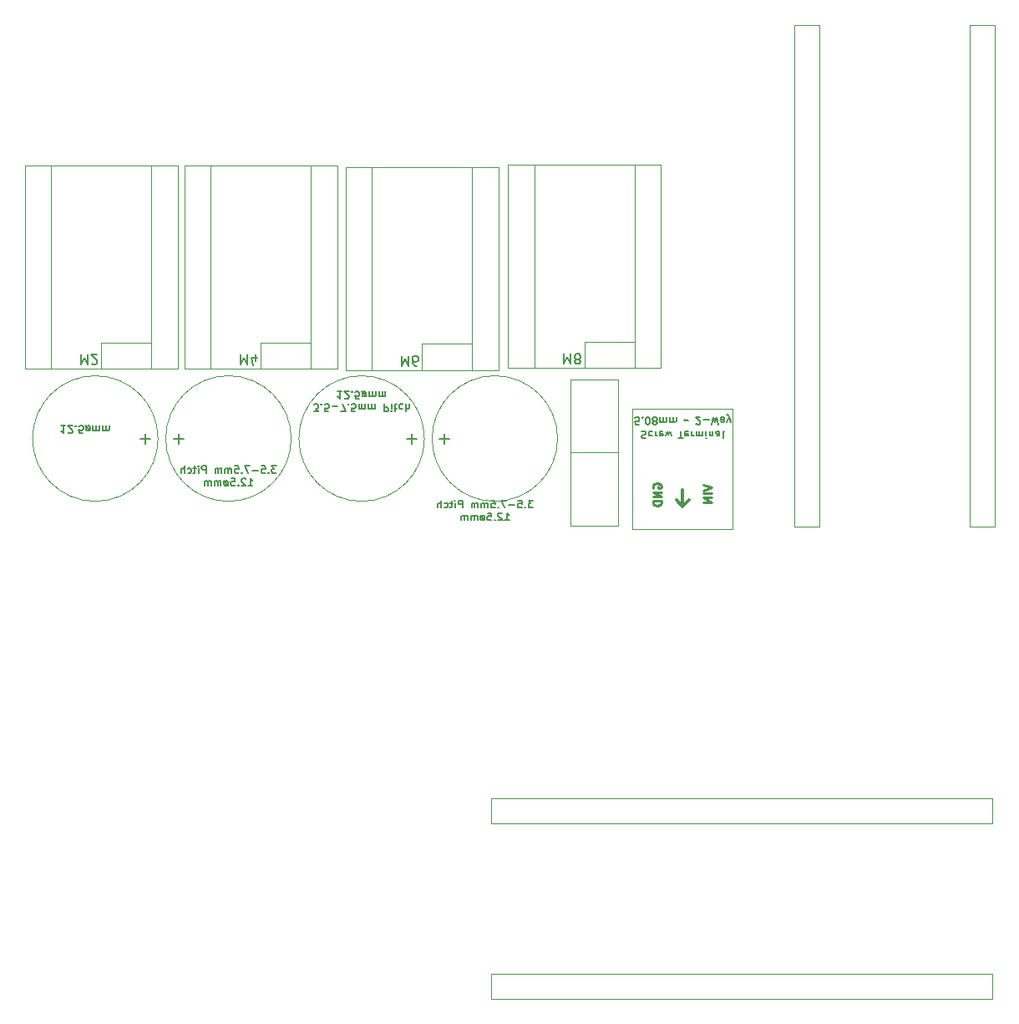
<source format=gbr>
%TF.GenerationSoftware,KiCad,Pcbnew,9.0.0*%
%TF.CreationDate,2025-03-23T11:29:05+11:00*%
%TF.ProjectId,OpenA1K,4f70656e-4131-44b2-9e6b-696361645f70,1*%
%TF.SameCoordinates,Original*%
%TF.FileFunction,Legend,Bot*%
%TF.FilePolarity,Positive*%
%FSLAX46Y46*%
G04 Gerber Fmt 4.6, Leading zero omitted, Abs format (unit mm)*
G04 Created by KiCad (PCBNEW 9.0.0) date 2025-03-23 11:29:05*
%MOMM*%
%LPD*%
G01*
G04 APERTURE LIST*
%ADD10C,0.150000*%
%ADD11C,0.212500*%
%ADD12C,0.120000*%
%ADD13C,0.100000*%
%ADD14C,0.300000*%
G04 APERTURE END LIST*
D10*
X107017857Y-86284164D02*
X107446428Y-86284164D01*
X107232143Y-86284164D02*
X107232143Y-85534164D01*
X107232143Y-85534164D02*
X107303571Y-85641307D01*
X107303571Y-85641307D02*
X107375000Y-85712735D01*
X107375000Y-85712735D02*
X107446428Y-85748450D01*
X106732142Y-85605592D02*
X106696428Y-85569878D01*
X106696428Y-85569878D02*
X106625000Y-85534164D01*
X106625000Y-85534164D02*
X106446428Y-85534164D01*
X106446428Y-85534164D02*
X106375000Y-85569878D01*
X106375000Y-85569878D02*
X106339285Y-85605592D01*
X106339285Y-85605592D02*
X106303571Y-85677021D01*
X106303571Y-85677021D02*
X106303571Y-85748450D01*
X106303571Y-85748450D02*
X106339285Y-85855592D01*
X106339285Y-85855592D02*
X106767857Y-86284164D01*
X106767857Y-86284164D02*
X106303571Y-86284164D01*
X105982142Y-86212735D02*
X105946428Y-86248450D01*
X105946428Y-86248450D02*
X105982142Y-86284164D01*
X105982142Y-86284164D02*
X106017856Y-86248450D01*
X106017856Y-86248450D02*
X105982142Y-86212735D01*
X105982142Y-86212735D02*
X105982142Y-86284164D01*
X105267856Y-85534164D02*
X105624999Y-85534164D01*
X105624999Y-85534164D02*
X105660713Y-85891307D01*
X105660713Y-85891307D02*
X105624999Y-85855592D01*
X105624999Y-85855592D02*
X105553571Y-85819878D01*
X105553571Y-85819878D02*
X105374999Y-85819878D01*
X105374999Y-85819878D02*
X105303571Y-85855592D01*
X105303571Y-85855592D02*
X105267856Y-85891307D01*
X105267856Y-85891307D02*
X105232142Y-85962735D01*
X105232142Y-85962735D02*
X105232142Y-86141307D01*
X105232142Y-86141307D02*
X105267856Y-86212735D01*
X105267856Y-86212735D02*
X105303571Y-86248450D01*
X105303571Y-86248450D02*
X105374999Y-86284164D01*
X105374999Y-86284164D02*
X105553571Y-86284164D01*
X105553571Y-86284164D02*
X105624999Y-86248450D01*
X105624999Y-86248450D02*
X105660713Y-86212735D01*
X104517856Y-85784164D02*
X104982142Y-86284164D01*
X104803570Y-86284164D02*
X104874999Y-86248450D01*
X104874999Y-86248450D02*
X104910713Y-86212735D01*
X104910713Y-86212735D02*
X104946427Y-86141307D01*
X104946427Y-86141307D02*
X104946427Y-85927021D01*
X104946427Y-85927021D02*
X104910713Y-85855592D01*
X104910713Y-85855592D02*
X104874999Y-85819878D01*
X104874999Y-85819878D02*
X104803570Y-85784164D01*
X104803570Y-85784164D02*
X104696427Y-85784164D01*
X104696427Y-85784164D02*
X104624999Y-85819878D01*
X104624999Y-85819878D02*
X104589285Y-85855592D01*
X104589285Y-85855592D02*
X104553570Y-85927021D01*
X104553570Y-85927021D02*
X104553570Y-86141307D01*
X104553570Y-86141307D02*
X104589285Y-86212735D01*
X104589285Y-86212735D02*
X104624999Y-86248450D01*
X104624999Y-86248450D02*
X104696427Y-86284164D01*
X104696427Y-86284164D02*
X104803570Y-86284164D01*
X104232142Y-86284164D02*
X104232142Y-85784164D01*
X104232142Y-85855592D02*
X104196428Y-85819878D01*
X104196428Y-85819878D02*
X104124999Y-85784164D01*
X104124999Y-85784164D02*
X104017856Y-85784164D01*
X104017856Y-85784164D02*
X103946428Y-85819878D01*
X103946428Y-85819878D02*
X103910714Y-85891307D01*
X103910714Y-85891307D02*
X103910714Y-86284164D01*
X103910714Y-85891307D02*
X103874999Y-85819878D01*
X103874999Y-85819878D02*
X103803571Y-85784164D01*
X103803571Y-85784164D02*
X103696428Y-85784164D01*
X103696428Y-85784164D02*
X103624999Y-85819878D01*
X103624999Y-85819878D02*
X103589285Y-85891307D01*
X103589285Y-85891307D02*
X103589285Y-86284164D01*
X103232142Y-86284164D02*
X103232142Y-85784164D01*
X103232142Y-85855592D02*
X103196428Y-85819878D01*
X103196428Y-85819878D02*
X103124999Y-85784164D01*
X103124999Y-85784164D02*
X103017856Y-85784164D01*
X103017856Y-85784164D02*
X102946428Y-85819878D01*
X102946428Y-85819878D02*
X102910714Y-85891307D01*
X102910714Y-85891307D02*
X102910714Y-86284164D01*
X102910714Y-85891307D02*
X102874999Y-85819878D01*
X102874999Y-85819878D02*
X102803571Y-85784164D01*
X102803571Y-85784164D02*
X102696428Y-85784164D01*
X102696428Y-85784164D02*
X102624999Y-85819878D01*
X102624999Y-85819878D02*
X102589285Y-85891307D01*
X102589285Y-85891307D02*
X102589285Y-86284164D01*
X109857143Y-84264164D02*
X109392857Y-84264164D01*
X109392857Y-84264164D02*
X109642857Y-84549878D01*
X109642857Y-84549878D02*
X109535714Y-84549878D01*
X109535714Y-84549878D02*
X109464286Y-84585592D01*
X109464286Y-84585592D02*
X109428571Y-84621307D01*
X109428571Y-84621307D02*
X109392857Y-84692735D01*
X109392857Y-84692735D02*
X109392857Y-84871307D01*
X109392857Y-84871307D02*
X109428571Y-84942735D01*
X109428571Y-84942735D02*
X109464286Y-84978450D01*
X109464286Y-84978450D02*
X109535714Y-85014164D01*
X109535714Y-85014164D02*
X109750000Y-85014164D01*
X109750000Y-85014164D02*
X109821428Y-84978450D01*
X109821428Y-84978450D02*
X109857143Y-84942735D01*
X109071428Y-84942735D02*
X109035714Y-84978450D01*
X109035714Y-84978450D02*
X109071428Y-85014164D01*
X109071428Y-85014164D02*
X109107142Y-84978450D01*
X109107142Y-84978450D02*
X109071428Y-84942735D01*
X109071428Y-84942735D02*
X109071428Y-85014164D01*
X108357142Y-84264164D02*
X108714285Y-84264164D01*
X108714285Y-84264164D02*
X108749999Y-84621307D01*
X108749999Y-84621307D02*
X108714285Y-84585592D01*
X108714285Y-84585592D02*
X108642857Y-84549878D01*
X108642857Y-84549878D02*
X108464285Y-84549878D01*
X108464285Y-84549878D02*
X108392857Y-84585592D01*
X108392857Y-84585592D02*
X108357142Y-84621307D01*
X108357142Y-84621307D02*
X108321428Y-84692735D01*
X108321428Y-84692735D02*
X108321428Y-84871307D01*
X108321428Y-84871307D02*
X108357142Y-84942735D01*
X108357142Y-84942735D02*
X108392857Y-84978450D01*
X108392857Y-84978450D02*
X108464285Y-85014164D01*
X108464285Y-85014164D02*
X108642857Y-85014164D01*
X108642857Y-85014164D02*
X108714285Y-84978450D01*
X108714285Y-84978450D02*
X108749999Y-84942735D01*
X107999999Y-84728450D02*
X107428571Y-84728450D01*
X107142857Y-84264164D02*
X106642857Y-84264164D01*
X106642857Y-84264164D02*
X106964285Y-85014164D01*
X106357142Y-84942735D02*
X106321428Y-84978450D01*
X106321428Y-84978450D02*
X106357142Y-85014164D01*
X106357142Y-85014164D02*
X106392856Y-84978450D01*
X106392856Y-84978450D02*
X106357142Y-84942735D01*
X106357142Y-84942735D02*
X106357142Y-85014164D01*
X105642856Y-84264164D02*
X105999999Y-84264164D01*
X105999999Y-84264164D02*
X106035713Y-84621307D01*
X106035713Y-84621307D02*
X105999999Y-84585592D01*
X105999999Y-84585592D02*
X105928571Y-84549878D01*
X105928571Y-84549878D02*
X105749999Y-84549878D01*
X105749999Y-84549878D02*
X105678571Y-84585592D01*
X105678571Y-84585592D02*
X105642856Y-84621307D01*
X105642856Y-84621307D02*
X105607142Y-84692735D01*
X105607142Y-84692735D02*
X105607142Y-84871307D01*
X105607142Y-84871307D02*
X105642856Y-84942735D01*
X105642856Y-84942735D02*
X105678571Y-84978450D01*
X105678571Y-84978450D02*
X105749999Y-85014164D01*
X105749999Y-85014164D02*
X105928571Y-85014164D01*
X105928571Y-85014164D02*
X105999999Y-84978450D01*
X105999999Y-84978450D02*
X106035713Y-84942735D01*
X105285713Y-85014164D02*
X105285713Y-84514164D01*
X105285713Y-84585592D02*
X105249999Y-84549878D01*
X105249999Y-84549878D02*
X105178570Y-84514164D01*
X105178570Y-84514164D02*
X105071427Y-84514164D01*
X105071427Y-84514164D02*
X104999999Y-84549878D01*
X104999999Y-84549878D02*
X104964285Y-84621307D01*
X104964285Y-84621307D02*
X104964285Y-85014164D01*
X104964285Y-84621307D02*
X104928570Y-84549878D01*
X104928570Y-84549878D02*
X104857142Y-84514164D01*
X104857142Y-84514164D02*
X104749999Y-84514164D01*
X104749999Y-84514164D02*
X104678570Y-84549878D01*
X104678570Y-84549878D02*
X104642856Y-84621307D01*
X104642856Y-84621307D02*
X104642856Y-85014164D01*
X104285713Y-85014164D02*
X104285713Y-84514164D01*
X104285713Y-84585592D02*
X104249999Y-84549878D01*
X104249999Y-84549878D02*
X104178570Y-84514164D01*
X104178570Y-84514164D02*
X104071427Y-84514164D01*
X104071427Y-84514164D02*
X103999999Y-84549878D01*
X103999999Y-84549878D02*
X103964285Y-84621307D01*
X103964285Y-84621307D02*
X103964285Y-85014164D01*
X103964285Y-84621307D02*
X103928570Y-84549878D01*
X103928570Y-84549878D02*
X103857142Y-84514164D01*
X103857142Y-84514164D02*
X103749999Y-84514164D01*
X103749999Y-84514164D02*
X103678570Y-84549878D01*
X103678570Y-84549878D02*
X103642856Y-84621307D01*
X103642856Y-84621307D02*
X103642856Y-85014164D01*
X102714284Y-85014164D02*
X102714284Y-84264164D01*
X102714284Y-84264164D02*
X102428570Y-84264164D01*
X102428570Y-84264164D02*
X102357141Y-84299878D01*
X102357141Y-84299878D02*
X102321427Y-84335592D01*
X102321427Y-84335592D02*
X102285713Y-84407021D01*
X102285713Y-84407021D02*
X102285713Y-84514164D01*
X102285713Y-84514164D02*
X102321427Y-84585592D01*
X102321427Y-84585592D02*
X102357141Y-84621307D01*
X102357141Y-84621307D02*
X102428570Y-84657021D01*
X102428570Y-84657021D02*
X102714284Y-84657021D01*
X101964284Y-85014164D02*
X101964284Y-84514164D01*
X101964284Y-84264164D02*
X101999998Y-84299878D01*
X101999998Y-84299878D02*
X101964284Y-84335592D01*
X101964284Y-84335592D02*
X101928570Y-84299878D01*
X101928570Y-84299878D02*
X101964284Y-84264164D01*
X101964284Y-84264164D02*
X101964284Y-84335592D01*
X101714284Y-84514164D02*
X101428570Y-84514164D01*
X101607141Y-84264164D02*
X101607141Y-84907021D01*
X101607141Y-84907021D02*
X101571427Y-84978450D01*
X101571427Y-84978450D02*
X101499998Y-85014164D01*
X101499998Y-85014164D02*
X101428570Y-85014164D01*
X100857142Y-84978450D02*
X100928570Y-85014164D01*
X100928570Y-85014164D02*
X101071427Y-85014164D01*
X101071427Y-85014164D02*
X101142856Y-84978450D01*
X101142856Y-84978450D02*
X101178570Y-84942735D01*
X101178570Y-84942735D02*
X101214284Y-84871307D01*
X101214284Y-84871307D02*
X101214284Y-84657021D01*
X101214284Y-84657021D02*
X101178570Y-84585592D01*
X101178570Y-84585592D02*
X101142856Y-84549878D01*
X101142856Y-84549878D02*
X101071427Y-84514164D01*
X101071427Y-84514164D02*
X100928570Y-84514164D01*
X100928570Y-84514164D02*
X100857142Y-84549878D01*
X100535713Y-85014164D02*
X100535713Y-84264164D01*
X100214285Y-85014164D02*
X100214285Y-84621307D01*
X100214285Y-84621307D02*
X100249999Y-84549878D01*
X100249999Y-84549878D02*
X100321427Y-84514164D01*
X100321427Y-84514164D02*
X100428570Y-84514164D01*
X100428570Y-84514164D02*
X100499999Y-84549878D01*
X100499999Y-84549878D02*
X100535713Y-84585592D01*
X90482142Y-73215835D02*
X90053571Y-73215835D01*
X90267856Y-73215835D02*
X90267856Y-73965835D01*
X90267856Y-73965835D02*
X90196428Y-73858692D01*
X90196428Y-73858692D02*
X90124999Y-73787264D01*
X90124999Y-73787264D02*
X90053571Y-73751550D01*
X90767857Y-73894407D02*
X90803571Y-73930121D01*
X90803571Y-73930121D02*
X90875000Y-73965835D01*
X90875000Y-73965835D02*
X91053571Y-73965835D01*
X91053571Y-73965835D02*
X91125000Y-73930121D01*
X91125000Y-73930121D02*
X91160714Y-73894407D01*
X91160714Y-73894407D02*
X91196428Y-73822978D01*
X91196428Y-73822978D02*
X91196428Y-73751550D01*
X91196428Y-73751550D02*
X91160714Y-73644407D01*
X91160714Y-73644407D02*
X90732142Y-73215835D01*
X90732142Y-73215835D02*
X91196428Y-73215835D01*
X91517857Y-73287264D02*
X91553571Y-73251550D01*
X91553571Y-73251550D02*
X91517857Y-73215835D01*
X91517857Y-73215835D02*
X91482143Y-73251550D01*
X91482143Y-73251550D02*
X91517857Y-73287264D01*
X91517857Y-73287264D02*
X91517857Y-73215835D01*
X92232143Y-73965835D02*
X91875000Y-73965835D01*
X91875000Y-73965835D02*
X91839286Y-73608692D01*
X91839286Y-73608692D02*
X91875000Y-73644407D01*
X91875000Y-73644407D02*
X91946429Y-73680121D01*
X91946429Y-73680121D02*
X92125000Y-73680121D01*
X92125000Y-73680121D02*
X92196429Y-73644407D01*
X92196429Y-73644407D02*
X92232143Y-73608692D01*
X92232143Y-73608692D02*
X92267857Y-73537264D01*
X92267857Y-73537264D02*
X92267857Y-73358692D01*
X92267857Y-73358692D02*
X92232143Y-73287264D01*
X92232143Y-73287264D02*
X92196429Y-73251550D01*
X92196429Y-73251550D02*
X92125000Y-73215835D01*
X92125000Y-73215835D02*
X91946429Y-73215835D01*
X91946429Y-73215835D02*
X91875000Y-73251550D01*
X91875000Y-73251550D02*
X91839286Y-73287264D01*
X92982143Y-73715835D02*
X92517857Y-73215835D01*
X92696429Y-73215835D02*
X92625000Y-73251550D01*
X92625000Y-73251550D02*
X92589286Y-73287264D01*
X92589286Y-73287264D02*
X92553572Y-73358692D01*
X92553572Y-73358692D02*
X92553572Y-73572978D01*
X92553572Y-73572978D02*
X92589286Y-73644407D01*
X92589286Y-73644407D02*
X92625000Y-73680121D01*
X92625000Y-73680121D02*
X92696429Y-73715835D01*
X92696429Y-73715835D02*
X92803572Y-73715835D01*
X92803572Y-73715835D02*
X92875000Y-73680121D01*
X92875000Y-73680121D02*
X92910715Y-73644407D01*
X92910715Y-73644407D02*
X92946429Y-73572978D01*
X92946429Y-73572978D02*
X92946429Y-73358692D01*
X92946429Y-73358692D02*
X92910715Y-73287264D01*
X92910715Y-73287264D02*
X92875000Y-73251550D01*
X92875000Y-73251550D02*
X92803572Y-73215835D01*
X92803572Y-73215835D02*
X92696429Y-73215835D01*
X93267857Y-73215835D02*
X93267857Y-73715835D01*
X93267857Y-73644407D02*
X93303571Y-73680121D01*
X93303571Y-73680121D02*
X93375000Y-73715835D01*
X93375000Y-73715835D02*
X93482143Y-73715835D01*
X93482143Y-73715835D02*
X93553571Y-73680121D01*
X93553571Y-73680121D02*
X93589286Y-73608692D01*
X93589286Y-73608692D02*
X93589286Y-73215835D01*
X93589286Y-73608692D02*
X93625000Y-73680121D01*
X93625000Y-73680121D02*
X93696428Y-73715835D01*
X93696428Y-73715835D02*
X93803571Y-73715835D01*
X93803571Y-73715835D02*
X93875000Y-73680121D01*
X93875000Y-73680121D02*
X93910714Y-73608692D01*
X93910714Y-73608692D02*
X93910714Y-73215835D01*
X94267857Y-73215835D02*
X94267857Y-73715835D01*
X94267857Y-73644407D02*
X94303571Y-73680121D01*
X94303571Y-73680121D02*
X94375000Y-73715835D01*
X94375000Y-73715835D02*
X94482143Y-73715835D01*
X94482143Y-73715835D02*
X94553571Y-73680121D01*
X94553571Y-73680121D02*
X94589286Y-73608692D01*
X94589286Y-73608692D02*
X94589286Y-73215835D01*
X94589286Y-73608692D02*
X94625000Y-73680121D01*
X94625000Y-73680121D02*
X94696428Y-73715835D01*
X94696428Y-73715835D02*
X94803571Y-73715835D01*
X94803571Y-73715835D02*
X94875000Y-73680121D01*
X94875000Y-73680121D02*
X94910714Y-73608692D01*
X94910714Y-73608692D02*
X94910714Y-73215835D01*
X87642856Y-75235835D02*
X88107142Y-75235835D01*
X88107142Y-75235835D02*
X87857142Y-74950121D01*
X87857142Y-74950121D02*
X87964285Y-74950121D01*
X87964285Y-74950121D02*
X88035714Y-74914407D01*
X88035714Y-74914407D02*
X88071428Y-74878692D01*
X88071428Y-74878692D02*
X88107142Y-74807264D01*
X88107142Y-74807264D02*
X88107142Y-74628692D01*
X88107142Y-74628692D02*
X88071428Y-74557264D01*
X88071428Y-74557264D02*
X88035714Y-74521550D01*
X88035714Y-74521550D02*
X87964285Y-74485835D01*
X87964285Y-74485835D02*
X87749999Y-74485835D01*
X87749999Y-74485835D02*
X87678571Y-74521550D01*
X87678571Y-74521550D02*
X87642856Y-74557264D01*
X88428571Y-74557264D02*
X88464285Y-74521550D01*
X88464285Y-74521550D02*
X88428571Y-74485835D01*
X88428571Y-74485835D02*
X88392857Y-74521550D01*
X88392857Y-74521550D02*
X88428571Y-74557264D01*
X88428571Y-74557264D02*
X88428571Y-74485835D01*
X89142857Y-75235835D02*
X88785714Y-75235835D01*
X88785714Y-75235835D02*
X88750000Y-74878692D01*
X88750000Y-74878692D02*
X88785714Y-74914407D01*
X88785714Y-74914407D02*
X88857143Y-74950121D01*
X88857143Y-74950121D02*
X89035714Y-74950121D01*
X89035714Y-74950121D02*
X89107143Y-74914407D01*
X89107143Y-74914407D02*
X89142857Y-74878692D01*
X89142857Y-74878692D02*
X89178571Y-74807264D01*
X89178571Y-74807264D02*
X89178571Y-74628692D01*
X89178571Y-74628692D02*
X89142857Y-74557264D01*
X89142857Y-74557264D02*
X89107143Y-74521550D01*
X89107143Y-74521550D02*
X89035714Y-74485835D01*
X89035714Y-74485835D02*
X88857143Y-74485835D01*
X88857143Y-74485835D02*
X88785714Y-74521550D01*
X88785714Y-74521550D02*
X88750000Y-74557264D01*
X89500000Y-74771550D02*
X90071429Y-74771550D01*
X90357142Y-75235835D02*
X90857142Y-75235835D01*
X90857142Y-75235835D02*
X90535714Y-74485835D01*
X91142857Y-74557264D02*
X91178571Y-74521550D01*
X91178571Y-74521550D02*
X91142857Y-74485835D01*
X91142857Y-74485835D02*
X91107143Y-74521550D01*
X91107143Y-74521550D02*
X91142857Y-74557264D01*
X91142857Y-74557264D02*
X91142857Y-74485835D01*
X91857143Y-75235835D02*
X91500000Y-75235835D01*
X91500000Y-75235835D02*
X91464286Y-74878692D01*
X91464286Y-74878692D02*
X91500000Y-74914407D01*
X91500000Y-74914407D02*
X91571429Y-74950121D01*
X91571429Y-74950121D02*
X91750000Y-74950121D01*
X91750000Y-74950121D02*
X91821429Y-74914407D01*
X91821429Y-74914407D02*
X91857143Y-74878692D01*
X91857143Y-74878692D02*
X91892857Y-74807264D01*
X91892857Y-74807264D02*
X91892857Y-74628692D01*
X91892857Y-74628692D02*
X91857143Y-74557264D01*
X91857143Y-74557264D02*
X91821429Y-74521550D01*
X91821429Y-74521550D02*
X91750000Y-74485835D01*
X91750000Y-74485835D02*
X91571429Y-74485835D01*
X91571429Y-74485835D02*
X91500000Y-74521550D01*
X91500000Y-74521550D02*
X91464286Y-74557264D01*
X92214286Y-74485835D02*
X92214286Y-74985835D01*
X92214286Y-74914407D02*
X92250000Y-74950121D01*
X92250000Y-74950121D02*
X92321429Y-74985835D01*
X92321429Y-74985835D02*
X92428572Y-74985835D01*
X92428572Y-74985835D02*
X92500000Y-74950121D01*
X92500000Y-74950121D02*
X92535715Y-74878692D01*
X92535715Y-74878692D02*
X92535715Y-74485835D01*
X92535715Y-74878692D02*
X92571429Y-74950121D01*
X92571429Y-74950121D02*
X92642857Y-74985835D01*
X92642857Y-74985835D02*
X92750000Y-74985835D01*
X92750000Y-74985835D02*
X92821429Y-74950121D01*
X92821429Y-74950121D02*
X92857143Y-74878692D01*
X92857143Y-74878692D02*
X92857143Y-74485835D01*
X93214286Y-74485835D02*
X93214286Y-74985835D01*
X93214286Y-74914407D02*
X93250000Y-74950121D01*
X93250000Y-74950121D02*
X93321429Y-74985835D01*
X93321429Y-74985835D02*
X93428572Y-74985835D01*
X93428572Y-74985835D02*
X93500000Y-74950121D01*
X93500000Y-74950121D02*
X93535715Y-74878692D01*
X93535715Y-74878692D02*
X93535715Y-74485835D01*
X93535715Y-74878692D02*
X93571429Y-74950121D01*
X93571429Y-74950121D02*
X93642857Y-74985835D01*
X93642857Y-74985835D02*
X93750000Y-74985835D01*
X93750000Y-74985835D02*
X93821429Y-74950121D01*
X93821429Y-74950121D02*
X93857143Y-74878692D01*
X93857143Y-74878692D02*
X93857143Y-74485835D01*
X94785715Y-74485835D02*
X94785715Y-75235835D01*
X94785715Y-75235835D02*
X95071429Y-75235835D01*
X95071429Y-75235835D02*
X95142858Y-75200121D01*
X95142858Y-75200121D02*
X95178572Y-75164407D01*
X95178572Y-75164407D02*
X95214286Y-75092978D01*
X95214286Y-75092978D02*
X95214286Y-74985835D01*
X95214286Y-74985835D02*
X95178572Y-74914407D01*
X95178572Y-74914407D02*
X95142858Y-74878692D01*
X95142858Y-74878692D02*
X95071429Y-74842978D01*
X95071429Y-74842978D02*
X94785715Y-74842978D01*
X95535715Y-74485835D02*
X95535715Y-74985835D01*
X95535715Y-75235835D02*
X95500001Y-75200121D01*
X95500001Y-75200121D02*
X95535715Y-75164407D01*
X95535715Y-75164407D02*
X95571429Y-75200121D01*
X95571429Y-75200121D02*
X95535715Y-75235835D01*
X95535715Y-75235835D02*
X95535715Y-75164407D01*
X95785715Y-74985835D02*
X96071429Y-74985835D01*
X95892858Y-75235835D02*
X95892858Y-74592978D01*
X95892858Y-74592978D02*
X95928572Y-74521550D01*
X95928572Y-74521550D02*
X96000001Y-74485835D01*
X96000001Y-74485835D02*
X96071429Y-74485835D01*
X96642858Y-74521550D02*
X96571429Y-74485835D01*
X96571429Y-74485835D02*
X96428572Y-74485835D01*
X96428572Y-74485835D02*
X96357143Y-74521550D01*
X96357143Y-74521550D02*
X96321429Y-74557264D01*
X96321429Y-74557264D02*
X96285715Y-74628692D01*
X96285715Y-74628692D02*
X96285715Y-74842978D01*
X96285715Y-74842978D02*
X96321429Y-74914407D01*
X96321429Y-74914407D02*
X96357143Y-74950121D01*
X96357143Y-74950121D02*
X96428572Y-74985835D01*
X96428572Y-74985835D02*
X96571429Y-74985835D01*
X96571429Y-74985835D02*
X96642858Y-74950121D01*
X96964286Y-74485835D02*
X96964286Y-75235835D01*
X97285715Y-74485835D02*
X97285715Y-74878692D01*
X97285715Y-74878692D02*
X97250000Y-74950121D01*
X97250000Y-74950121D02*
X97178572Y-74985835D01*
X97178572Y-74985835D02*
X97071429Y-74985835D01*
X97071429Y-74985835D02*
X97000000Y-74950121D01*
X97000000Y-74950121D02*
X96964286Y-74914407D01*
X81017857Y-82784164D02*
X81446428Y-82784164D01*
X81232143Y-82784164D02*
X81232143Y-82034164D01*
X81232143Y-82034164D02*
X81303571Y-82141307D01*
X81303571Y-82141307D02*
X81375000Y-82212735D01*
X81375000Y-82212735D02*
X81446428Y-82248450D01*
X80732142Y-82105592D02*
X80696428Y-82069878D01*
X80696428Y-82069878D02*
X80625000Y-82034164D01*
X80625000Y-82034164D02*
X80446428Y-82034164D01*
X80446428Y-82034164D02*
X80375000Y-82069878D01*
X80375000Y-82069878D02*
X80339285Y-82105592D01*
X80339285Y-82105592D02*
X80303571Y-82177021D01*
X80303571Y-82177021D02*
X80303571Y-82248450D01*
X80303571Y-82248450D02*
X80339285Y-82355592D01*
X80339285Y-82355592D02*
X80767857Y-82784164D01*
X80767857Y-82784164D02*
X80303571Y-82784164D01*
X79982142Y-82712735D02*
X79946428Y-82748450D01*
X79946428Y-82748450D02*
X79982142Y-82784164D01*
X79982142Y-82784164D02*
X80017856Y-82748450D01*
X80017856Y-82748450D02*
X79982142Y-82712735D01*
X79982142Y-82712735D02*
X79982142Y-82784164D01*
X79267856Y-82034164D02*
X79624999Y-82034164D01*
X79624999Y-82034164D02*
X79660713Y-82391307D01*
X79660713Y-82391307D02*
X79624999Y-82355592D01*
X79624999Y-82355592D02*
X79553571Y-82319878D01*
X79553571Y-82319878D02*
X79374999Y-82319878D01*
X79374999Y-82319878D02*
X79303571Y-82355592D01*
X79303571Y-82355592D02*
X79267856Y-82391307D01*
X79267856Y-82391307D02*
X79232142Y-82462735D01*
X79232142Y-82462735D02*
X79232142Y-82641307D01*
X79232142Y-82641307D02*
X79267856Y-82712735D01*
X79267856Y-82712735D02*
X79303571Y-82748450D01*
X79303571Y-82748450D02*
X79374999Y-82784164D01*
X79374999Y-82784164D02*
X79553571Y-82784164D01*
X79553571Y-82784164D02*
X79624999Y-82748450D01*
X79624999Y-82748450D02*
X79660713Y-82712735D01*
X78517856Y-82284164D02*
X78982142Y-82784164D01*
X78803570Y-82784164D02*
X78874999Y-82748450D01*
X78874999Y-82748450D02*
X78910713Y-82712735D01*
X78910713Y-82712735D02*
X78946427Y-82641307D01*
X78946427Y-82641307D02*
X78946427Y-82427021D01*
X78946427Y-82427021D02*
X78910713Y-82355592D01*
X78910713Y-82355592D02*
X78874999Y-82319878D01*
X78874999Y-82319878D02*
X78803570Y-82284164D01*
X78803570Y-82284164D02*
X78696427Y-82284164D01*
X78696427Y-82284164D02*
X78624999Y-82319878D01*
X78624999Y-82319878D02*
X78589285Y-82355592D01*
X78589285Y-82355592D02*
X78553570Y-82427021D01*
X78553570Y-82427021D02*
X78553570Y-82641307D01*
X78553570Y-82641307D02*
X78589285Y-82712735D01*
X78589285Y-82712735D02*
X78624999Y-82748450D01*
X78624999Y-82748450D02*
X78696427Y-82784164D01*
X78696427Y-82784164D02*
X78803570Y-82784164D01*
X78232142Y-82784164D02*
X78232142Y-82284164D01*
X78232142Y-82355592D02*
X78196428Y-82319878D01*
X78196428Y-82319878D02*
X78124999Y-82284164D01*
X78124999Y-82284164D02*
X78017856Y-82284164D01*
X78017856Y-82284164D02*
X77946428Y-82319878D01*
X77946428Y-82319878D02*
X77910714Y-82391307D01*
X77910714Y-82391307D02*
X77910714Y-82784164D01*
X77910714Y-82391307D02*
X77874999Y-82319878D01*
X77874999Y-82319878D02*
X77803571Y-82284164D01*
X77803571Y-82284164D02*
X77696428Y-82284164D01*
X77696428Y-82284164D02*
X77624999Y-82319878D01*
X77624999Y-82319878D02*
X77589285Y-82391307D01*
X77589285Y-82391307D02*
X77589285Y-82784164D01*
X77232142Y-82784164D02*
X77232142Y-82284164D01*
X77232142Y-82355592D02*
X77196428Y-82319878D01*
X77196428Y-82319878D02*
X77124999Y-82284164D01*
X77124999Y-82284164D02*
X77017856Y-82284164D01*
X77017856Y-82284164D02*
X76946428Y-82319878D01*
X76946428Y-82319878D02*
X76910714Y-82391307D01*
X76910714Y-82391307D02*
X76910714Y-82784164D01*
X76910714Y-82391307D02*
X76874999Y-82319878D01*
X76874999Y-82319878D02*
X76803571Y-82284164D01*
X76803571Y-82284164D02*
X76696428Y-82284164D01*
X76696428Y-82284164D02*
X76624999Y-82319878D01*
X76624999Y-82319878D02*
X76589285Y-82391307D01*
X76589285Y-82391307D02*
X76589285Y-82784164D01*
X83857143Y-80764164D02*
X83392857Y-80764164D01*
X83392857Y-80764164D02*
X83642857Y-81049878D01*
X83642857Y-81049878D02*
X83535714Y-81049878D01*
X83535714Y-81049878D02*
X83464286Y-81085592D01*
X83464286Y-81085592D02*
X83428571Y-81121307D01*
X83428571Y-81121307D02*
X83392857Y-81192735D01*
X83392857Y-81192735D02*
X83392857Y-81371307D01*
X83392857Y-81371307D02*
X83428571Y-81442735D01*
X83428571Y-81442735D02*
X83464286Y-81478450D01*
X83464286Y-81478450D02*
X83535714Y-81514164D01*
X83535714Y-81514164D02*
X83750000Y-81514164D01*
X83750000Y-81514164D02*
X83821428Y-81478450D01*
X83821428Y-81478450D02*
X83857143Y-81442735D01*
X83071428Y-81442735D02*
X83035714Y-81478450D01*
X83035714Y-81478450D02*
X83071428Y-81514164D01*
X83071428Y-81514164D02*
X83107142Y-81478450D01*
X83107142Y-81478450D02*
X83071428Y-81442735D01*
X83071428Y-81442735D02*
X83071428Y-81514164D01*
X82357142Y-80764164D02*
X82714285Y-80764164D01*
X82714285Y-80764164D02*
X82749999Y-81121307D01*
X82749999Y-81121307D02*
X82714285Y-81085592D01*
X82714285Y-81085592D02*
X82642857Y-81049878D01*
X82642857Y-81049878D02*
X82464285Y-81049878D01*
X82464285Y-81049878D02*
X82392857Y-81085592D01*
X82392857Y-81085592D02*
X82357142Y-81121307D01*
X82357142Y-81121307D02*
X82321428Y-81192735D01*
X82321428Y-81192735D02*
X82321428Y-81371307D01*
X82321428Y-81371307D02*
X82357142Y-81442735D01*
X82357142Y-81442735D02*
X82392857Y-81478450D01*
X82392857Y-81478450D02*
X82464285Y-81514164D01*
X82464285Y-81514164D02*
X82642857Y-81514164D01*
X82642857Y-81514164D02*
X82714285Y-81478450D01*
X82714285Y-81478450D02*
X82749999Y-81442735D01*
X81999999Y-81228450D02*
X81428571Y-81228450D01*
X81142857Y-80764164D02*
X80642857Y-80764164D01*
X80642857Y-80764164D02*
X80964285Y-81514164D01*
X80357142Y-81442735D02*
X80321428Y-81478450D01*
X80321428Y-81478450D02*
X80357142Y-81514164D01*
X80357142Y-81514164D02*
X80392856Y-81478450D01*
X80392856Y-81478450D02*
X80357142Y-81442735D01*
X80357142Y-81442735D02*
X80357142Y-81514164D01*
X79642856Y-80764164D02*
X79999999Y-80764164D01*
X79999999Y-80764164D02*
X80035713Y-81121307D01*
X80035713Y-81121307D02*
X79999999Y-81085592D01*
X79999999Y-81085592D02*
X79928571Y-81049878D01*
X79928571Y-81049878D02*
X79749999Y-81049878D01*
X79749999Y-81049878D02*
X79678571Y-81085592D01*
X79678571Y-81085592D02*
X79642856Y-81121307D01*
X79642856Y-81121307D02*
X79607142Y-81192735D01*
X79607142Y-81192735D02*
X79607142Y-81371307D01*
X79607142Y-81371307D02*
X79642856Y-81442735D01*
X79642856Y-81442735D02*
X79678571Y-81478450D01*
X79678571Y-81478450D02*
X79749999Y-81514164D01*
X79749999Y-81514164D02*
X79928571Y-81514164D01*
X79928571Y-81514164D02*
X79999999Y-81478450D01*
X79999999Y-81478450D02*
X80035713Y-81442735D01*
X79285713Y-81514164D02*
X79285713Y-81014164D01*
X79285713Y-81085592D02*
X79249999Y-81049878D01*
X79249999Y-81049878D02*
X79178570Y-81014164D01*
X79178570Y-81014164D02*
X79071427Y-81014164D01*
X79071427Y-81014164D02*
X78999999Y-81049878D01*
X78999999Y-81049878D02*
X78964285Y-81121307D01*
X78964285Y-81121307D02*
X78964285Y-81514164D01*
X78964285Y-81121307D02*
X78928570Y-81049878D01*
X78928570Y-81049878D02*
X78857142Y-81014164D01*
X78857142Y-81014164D02*
X78749999Y-81014164D01*
X78749999Y-81014164D02*
X78678570Y-81049878D01*
X78678570Y-81049878D02*
X78642856Y-81121307D01*
X78642856Y-81121307D02*
X78642856Y-81514164D01*
X78285713Y-81514164D02*
X78285713Y-81014164D01*
X78285713Y-81085592D02*
X78249999Y-81049878D01*
X78249999Y-81049878D02*
X78178570Y-81014164D01*
X78178570Y-81014164D02*
X78071427Y-81014164D01*
X78071427Y-81014164D02*
X77999999Y-81049878D01*
X77999999Y-81049878D02*
X77964285Y-81121307D01*
X77964285Y-81121307D02*
X77964285Y-81514164D01*
X77964285Y-81121307D02*
X77928570Y-81049878D01*
X77928570Y-81049878D02*
X77857142Y-81014164D01*
X77857142Y-81014164D02*
X77749999Y-81014164D01*
X77749999Y-81014164D02*
X77678570Y-81049878D01*
X77678570Y-81049878D02*
X77642856Y-81121307D01*
X77642856Y-81121307D02*
X77642856Y-81514164D01*
X76714284Y-81514164D02*
X76714284Y-80764164D01*
X76714284Y-80764164D02*
X76428570Y-80764164D01*
X76428570Y-80764164D02*
X76357141Y-80799878D01*
X76357141Y-80799878D02*
X76321427Y-80835592D01*
X76321427Y-80835592D02*
X76285713Y-80907021D01*
X76285713Y-80907021D02*
X76285713Y-81014164D01*
X76285713Y-81014164D02*
X76321427Y-81085592D01*
X76321427Y-81085592D02*
X76357141Y-81121307D01*
X76357141Y-81121307D02*
X76428570Y-81157021D01*
X76428570Y-81157021D02*
X76714284Y-81157021D01*
X75964284Y-81514164D02*
X75964284Y-81014164D01*
X75964284Y-80764164D02*
X75999998Y-80799878D01*
X75999998Y-80799878D02*
X75964284Y-80835592D01*
X75964284Y-80835592D02*
X75928570Y-80799878D01*
X75928570Y-80799878D02*
X75964284Y-80764164D01*
X75964284Y-80764164D02*
X75964284Y-80835592D01*
X75714284Y-81014164D02*
X75428570Y-81014164D01*
X75607141Y-80764164D02*
X75607141Y-81407021D01*
X75607141Y-81407021D02*
X75571427Y-81478450D01*
X75571427Y-81478450D02*
X75499998Y-81514164D01*
X75499998Y-81514164D02*
X75428570Y-81514164D01*
X74857142Y-81478450D02*
X74928570Y-81514164D01*
X74928570Y-81514164D02*
X75071427Y-81514164D01*
X75071427Y-81514164D02*
X75142856Y-81478450D01*
X75142856Y-81478450D02*
X75178570Y-81442735D01*
X75178570Y-81442735D02*
X75214284Y-81371307D01*
X75214284Y-81371307D02*
X75214284Y-81157021D01*
X75214284Y-81157021D02*
X75178570Y-81085592D01*
X75178570Y-81085592D02*
X75142856Y-81049878D01*
X75142856Y-81049878D02*
X75071427Y-81014164D01*
X75071427Y-81014164D02*
X74928570Y-81014164D01*
X74928570Y-81014164D02*
X74857142Y-81049878D01*
X74535713Y-81514164D02*
X74535713Y-80764164D01*
X74214285Y-81514164D02*
X74214285Y-81121307D01*
X74214285Y-81121307D02*
X74249999Y-81049878D01*
X74249999Y-81049878D02*
X74321427Y-81014164D01*
X74321427Y-81014164D02*
X74428570Y-81014164D01*
X74428570Y-81014164D02*
X74499999Y-81049878D01*
X74499999Y-81049878D02*
X74535713Y-81085592D01*
X62482142Y-76715835D02*
X62053571Y-76715835D01*
X62267856Y-76715835D02*
X62267856Y-77465835D01*
X62267856Y-77465835D02*
X62196428Y-77358692D01*
X62196428Y-77358692D02*
X62124999Y-77287264D01*
X62124999Y-77287264D02*
X62053571Y-77251550D01*
X62767857Y-77394407D02*
X62803571Y-77430121D01*
X62803571Y-77430121D02*
X62875000Y-77465835D01*
X62875000Y-77465835D02*
X63053571Y-77465835D01*
X63053571Y-77465835D02*
X63125000Y-77430121D01*
X63125000Y-77430121D02*
X63160714Y-77394407D01*
X63160714Y-77394407D02*
X63196428Y-77322978D01*
X63196428Y-77322978D02*
X63196428Y-77251550D01*
X63196428Y-77251550D02*
X63160714Y-77144407D01*
X63160714Y-77144407D02*
X62732142Y-76715835D01*
X62732142Y-76715835D02*
X63196428Y-76715835D01*
X63517857Y-76787264D02*
X63553571Y-76751550D01*
X63553571Y-76751550D02*
X63517857Y-76715835D01*
X63517857Y-76715835D02*
X63482143Y-76751550D01*
X63482143Y-76751550D02*
X63517857Y-76787264D01*
X63517857Y-76787264D02*
X63517857Y-76715835D01*
X64232143Y-77465835D02*
X63875000Y-77465835D01*
X63875000Y-77465835D02*
X63839286Y-77108692D01*
X63839286Y-77108692D02*
X63875000Y-77144407D01*
X63875000Y-77144407D02*
X63946429Y-77180121D01*
X63946429Y-77180121D02*
X64125000Y-77180121D01*
X64125000Y-77180121D02*
X64196429Y-77144407D01*
X64196429Y-77144407D02*
X64232143Y-77108692D01*
X64232143Y-77108692D02*
X64267857Y-77037264D01*
X64267857Y-77037264D02*
X64267857Y-76858692D01*
X64267857Y-76858692D02*
X64232143Y-76787264D01*
X64232143Y-76787264D02*
X64196429Y-76751550D01*
X64196429Y-76751550D02*
X64125000Y-76715835D01*
X64125000Y-76715835D02*
X63946429Y-76715835D01*
X63946429Y-76715835D02*
X63875000Y-76751550D01*
X63875000Y-76751550D02*
X63839286Y-76787264D01*
X64982143Y-77215835D02*
X64517857Y-76715835D01*
X64696429Y-76715835D02*
X64625000Y-76751550D01*
X64625000Y-76751550D02*
X64589286Y-76787264D01*
X64589286Y-76787264D02*
X64553572Y-76858692D01*
X64553572Y-76858692D02*
X64553572Y-77072978D01*
X64553572Y-77072978D02*
X64589286Y-77144407D01*
X64589286Y-77144407D02*
X64625000Y-77180121D01*
X64625000Y-77180121D02*
X64696429Y-77215835D01*
X64696429Y-77215835D02*
X64803572Y-77215835D01*
X64803572Y-77215835D02*
X64875000Y-77180121D01*
X64875000Y-77180121D02*
X64910715Y-77144407D01*
X64910715Y-77144407D02*
X64946429Y-77072978D01*
X64946429Y-77072978D02*
X64946429Y-76858692D01*
X64946429Y-76858692D02*
X64910715Y-76787264D01*
X64910715Y-76787264D02*
X64875000Y-76751550D01*
X64875000Y-76751550D02*
X64803572Y-76715835D01*
X64803572Y-76715835D02*
X64696429Y-76715835D01*
X65267857Y-76715835D02*
X65267857Y-77215835D01*
X65267857Y-77144407D02*
X65303571Y-77180121D01*
X65303571Y-77180121D02*
X65375000Y-77215835D01*
X65375000Y-77215835D02*
X65482143Y-77215835D01*
X65482143Y-77215835D02*
X65553571Y-77180121D01*
X65553571Y-77180121D02*
X65589286Y-77108692D01*
X65589286Y-77108692D02*
X65589286Y-76715835D01*
X65589286Y-77108692D02*
X65625000Y-77180121D01*
X65625000Y-77180121D02*
X65696428Y-77215835D01*
X65696428Y-77215835D02*
X65803571Y-77215835D01*
X65803571Y-77215835D02*
X65875000Y-77180121D01*
X65875000Y-77180121D02*
X65910714Y-77108692D01*
X65910714Y-77108692D02*
X65910714Y-76715835D01*
X66267857Y-76715835D02*
X66267857Y-77215835D01*
X66267857Y-77144407D02*
X66303571Y-77180121D01*
X66303571Y-77180121D02*
X66375000Y-77215835D01*
X66375000Y-77215835D02*
X66482143Y-77215835D01*
X66482143Y-77215835D02*
X66553571Y-77180121D01*
X66553571Y-77180121D02*
X66589286Y-77108692D01*
X66589286Y-77108692D02*
X66589286Y-76715835D01*
X66589286Y-77108692D02*
X66625000Y-77180121D01*
X66625000Y-77180121D02*
X66696428Y-77215835D01*
X66696428Y-77215835D02*
X66803571Y-77215835D01*
X66803571Y-77215835D02*
X66875000Y-77180121D01*
X66875000Y-77180121D02*
X66910714Y-77108692D01*
X66910714Y-77108692D02*
X66910714Y-76715835D01*
X96554610Y-69628980D02*
X96554610Y-70628980D01*
X96554610Y-70628980D02*
X96887943Y-69914695D01*
X96887943Y-69914695D02*
X97221276Y-70628980D01*
X97221276Y-70628980D02*
X97221276Y-69628980D01*
X98126038Y-70628980D02*
X97935562Y-70628980D01*
X97935562Y-70628980D02*
X97840324Y-70581361D01*
X97840324Y-70581361D02*
X97792705Y-70533742D01*
X97792705Y-70533742D02*
X97697467Y-70390885D01*
X97697467Y-70390885D02*
X97649848Y-70200409D01*
X97649848Y-70200409D02*
X97649848Y-69819457D01*
X97649848Y-69819457D02*
X97697467Y-69724219D01*
X97697467Y-69724219D02*
X97745086Y-69676600D01*
X97745086Y-69676600D02*
X97840324Y-69628980D01*
X97840324Y-69628980D02*
X98030800Y-69628980D01*
X98030800Y-69628980D02*
X98126038Y-69676600D01*
X98126038Y-69676600D02*
X98173657Y-69724219D01*
X98173657Y-69724219D02*
X98221276Y-69819457D01*
X98221276Y-69819457D02*
X98221276Y-70057552D01*
X98221276Y-70057552D02*
X98173657Y-70152790D01*
X98173657Y-70152790D02*
X98126038Y-70200409D01*
X98126038Y-70200409D02*
X98030800Y-70248028D01*
X98030800Y-70248028D02*
X97840324Y-70248028D01*
X97840324Y-70248028D02*
X97745086Y-70200409D01*
X97745086Y-70200409D02*
X97697467Y-70152790D01*
X97697467Y-70152790D02*
X97649848Y-70057552D01*
X80197710Y-69506380D02*
X80197710Y-70506380D01*
X80197710Y-70506380D02*
X80531043Y-69792095D01*
X80531043Y-69792095D02*
X80864376Y-70506380D01*
X80864376Y-70506380D02*
X80864376Y-69506380D01*
X81769138Y-70173047D02*
X81769138Y-69506380D01*
X81531043Y-70554000D02*
X81292948Y-69839714D01*
X81292948Y-69839714D02*
X81911995Y-69839714D01*
X64033710Y-69502280D02*
X64033710Y-70502280D01*
X64033710Y-70502280D02*
X64367043Y-69787995D01*
X64367043Y-69787995D02*
X64700376Y-70502280D01*
X64700376Y-70502280D02*
X64700376Y-69502280D01*
X65128948Y-70407042D02*
X65176567Y-70454661D01*
X65176567Y-70454661D02*
X65271805Y-70502280D01*
X65271805Y-70502280D02*
X65509900Y-70502280D01*
X65509900Y-70502280D02*
X65605138Y-70454661D01*
X65605138Y-70454661D02*
X65652757Y-70407042D01*
X65652757Y-70407042D02*
X65700376Y-70311804D01*
X65700376Y-70311804D02*
X65700376Y-70216566D01*
X65700376Y-70216566D02*
X65652757Y-70073709D01*
X65652757Y-70073709D02*
X65081329Y-69502280D01*
X65081329Y-69502280D02*
X65700376Y-69502280D01*
D11*
X122072653Y-83014121D02*
X122032177Y-82933168D01*
X122032177Y-82933168D02*
X122032177Y-82811740D01*
X122032177Y-82811740D02*
X122072653Y-82690311D01*
X122072653Y-82690311D02*
X122153605Y-82609359D01*
X122153605Y-82609359D02*
X122234558Y-82568882D01*
X122234558Y-82568882D02*
X122396462Y-82528406D01*
X122396462Y-82528406D02*
X122517891Y-82528406D01*
X122517891Y-82528406D02*
X122679796Y-82568882D01*
X122679796Y-82568882D02*
X122760748Y-82609359D01*
X122760748Y-82609359D02*
X122841701Y-82690311D01*
X122841701Y-82690311D02*
X122882177Y-82811740D01*
X122882177Y-82811740D02*
X122882177Y-82892692D01*
X122882177Y-82892692D02*
X122841701Y-83014121D01*
X122841701Y-83014121D02*
X122801224Y-83054597D01*
X122801224Y-83054597D02*
X122517891Y-83054597D01*
X122517891Y-83054597D02*
X122517891Y-82892692D01*
X122882177Y-83418882D02*
X122032177Y-83418882D01*
X122032177Y-83418882D02*
X122882177Y-83904597D01*
X122882177Y-83904597D02*
X122032177Y-83904597D01*
X122882177Y-84309358D02*
X122032177Y-84309358D01*
X122032177Y-84309358D02*
X122032177Y-84511739D01*
X122032177Y-84511739D02*
X122072653Y-84633168D01*
X122072653Y-84633168D02*
X122153605Y-84714120D01*
X122153605Y-84714120D02*
X122234558Y-84754597D01*
X122234558Y-84754597D02*
X122396462Y-84795073D01*
X122396462Y-84795073D02*
X122517891Y-84795073D01*
X122517891Y-84795073D02*
X122679796Y-84754597D01*
X122679796Y-84754597D02*
X122760748Y-84714120D01*
X122760748Y-84714120D02*
X122841701Y-84633168D01*
X122841701Y-84633168D02*
X122882177Y-84511739D01*
X122882177Y-84511739D02*
X122882177Y-84309358D01*
X127112177Y-82701454D02*
X127962177Y-82984787D01*
X127962177Y-82984787D02*
X127112177Y-83268121D01*
X127962177Y-83551453D02*
X127112177Y-83551453D01*
X127962177Y-83956215D02*
X127112177Y-83956215D01*
X127112177Y-83956215D02*
X127962177Y-84441930D01*
X127962177Y-84441930D02*
X127112177Y-84441930D01*
D10*
X120611428Y-76574085D02*
X120254285Y-76574085D01*
X120254285Y-76574085D02*
X120218571Y-76216942D01*
X120218571Y-76216942D02*
X120254285Y-76252657D01*
X120254285Y-76252657D02*
X120325714Y-76288371D01*
X120325714Y-76288371D02*
X120504285Y-76288371D01*
X120504285Y-76288371D02*
X120575714Y-76252657D01*
X120575714Y-76252657D02*
X120611428Y-76216942D01*
X120611428Y-76216942D02*
X120647142Y-76145514D01*
X120647142Y-76145514D02*
X120647142Y-75966942D01*
X120647142Y-75966942D02*
X120611428Y-75895514D01*
X120611428Y-75895514D02*
X120575714Y-75859800D01*
X120575714Y-75859800D02*
X120504285Y-75824085D01*
X120504285Y-75824085D02*
X120325714Y-75824085D01*
X120325714Y-75824085D02*
X120254285Y-75859800D01*
X120254285Y-75859800D02*
X120218571Y-75895514D01*
X120968571Y-75895514D02*
X121004285Y-75859800D01*
X121004285Y-75859800D02*
X120968571Y-75824085D01*
X120968571Y-75824085D02*
X120932857Y-75859800D01*
X120932857Y-75859800D02*
X120968571Y-75895514D01*
X120968571Y-75895514D02*
X120968571Y-75824085D01*
X121468571Y-76574085D02*
X121540000Y-76574085D01*
X121540000Y-76574085D02*
X121611428Y-76538371D01*
X121611428Y-76538371D02*
X121647143Y-76502657D01*
X121647143Y-76502657D02*
X121682857Y-76431228D01*
X121682857Y-76431228D02*
X121718571Y-76288371D01*
X121718571Y-76288371D02*
X121718571Y-76109800D01*
X121718571Y-76109800D02*
X121682857Y-75966942D01*
X121682857Y-75966942D02*
X121647143Y-75895514D01*
X121647143Y-75895514D02*
X121611428Y-75859800D01*
X121611428Y-75859800D02*
X121540000Y-75824085D01*
X121540000Y-75824085D02*
X121468571Y-75824085D01*
X121468571Y-75824085D02*
X121397143Y-75859800D01*
X121397143Y-75859800D02*
X121361428Y-75895514D01*
X121361428Y-75895514D02*
X121325714Y-75966942D01*
X121325714Y-75966942D02*
X121290000Y-76109800D01*
X121290000Y-76109800D02*
X121290000Y-76288371D01*
X121290000Y-76288371D02*
X121325714Y-76431228D01*
X121325714Y-76431228D02*
X121361428Y-76502657D01*
X121361428Y-76502657D02*
X121397143Y-76538371D01*
X121397143Y-76538371D02*
X121468571Y-76574085D01*
X122147143Y-76252657D02*
X122075714Y-76288371D01*
X122075714Y-76288371D02*
X122040000Y-76324085D01*
X122040000Y-76324085D02*
X122004286Y-76395514D01*
X122004286Y-76395514D02*
X122004286Y-76431228D01*
X122004286Y-76431228D02*
X122040000Y-76502657D01*
X122040000Y-76502657D02*
X122075714Y-76538371D01*
X122075714Y-76538371D02*
X122147143Y-76574085D01*
X122147143Y-76574085D02*
X122290000Y-76574085D01*
X122290000Y-76574085D02*
X122361429Y-76538371D01*
X122361429Y-76538371D02*
X122397143Y-76502657D01*
X122397143Y-76502657D02*
X122432857Y-76431228D01*
X122432857Y-76431228D02*
X122432857Y-76395514D01*
X122432857Y-76395514D02*
X122397143Y-76324085D01*
X122397143Y-76324085D02*
X122361429Y-76288371D01*
X122361429Y-76288371D02*
X122290000Y-76252657D01*
X122290000Y-76252657D02*
X122147143Y-76252657D01*
X122147143Y-76252657D02*
X122075714Y-76216942D01*
X122075714Y-76216942D02*
X122040000Y-76181228D01*
X122040000Y-76181228D02*
X122004286Y-76109800D01*
X122004286Y-76109800D02*
X122004286Y-75966942D01*
X122004286Y-75966942D02*
X122040000Y-75895514D01*
X122040000Y-75895514D02*
X122075714Y-75859800D01*
X122075714Y-75859800D02*
X122147143Y-75824085D01*
X122147143Y-75824085D02*
X122290000Y-75824085D01*
X122290000Y-75824085D02*
X122361429Y-75859800D01*
X122361429Y-75859800D02*
X122397143Y-75895514D01*
X122397143Y-75895514D02*
X122432857Y-75966942D01*
X122432857Y-75966942D02*
X122432857Y-76109800D01*
X122432857Y-76109800D02*
X122397143Y-76181228D01*
X122397143Y-76181228D02*
X122361429Y-76216942D01*
X122361429Y-76216942D02*
X122290000Y-76252657D01*
X122754286Y-75824085D02*
X122754286Y-76324085D01*
X122754286Y-76252657D02*
X122790000Y-76288371D01*
X122790000Y-76288371D02*
X122861429Y-76324085D01*
X122861429Y-76324085D02*
X122968572Y-76324085D01*
X122968572Y-76324085D02*
X123040000Y-76288371D01*
X123040000Y-76288371D02*
X123075715Y-76216942D01*
X123075715Y-76216942D02*
X123075715Y-75824085D01*
X123075715Y-76216942D02*
X123111429Y-76288371D01*
X123111429Y-76288371D02*
X123182857Y-76324085D01*
X123182857Y-76324085D02*
X123290000Y-76324085D01*
X123290000Y-76324085D02*
X123361429Y-76288371D01*
X123361429Y-76288371D02*
X123397143Y-76216942D01*
X123397143Y-76216942D02*
X123397143Y-75824085D01*
X123754286Y-75824085D02*
X123754286Y-76324085D01*
X123754286Y-76252657D02*
X123790000Y-76288371D01*
X123790000Y-76288371D02*
X123861429Y-76324085D01*
X123861429Y-76324085D02*
X123968572Y-76324085D01*
X123968572Y-76324085D02*
X124040000Y-76288371D01*
X124040000Y-76288371D02*
X124075715Y-76216942D01*
X124075715Y-76216942D02*
X124075715Y-75824085D01*
X124075715Y-76216942D02*
X124111429Y-76288371D01*
X124111429Y-76288371D02*
X124182857Y-76324085D01*
X124182857Y-76324085D02*
X124290000Y-76324085D01*
X124290000Y-76324085D02*
X124361429Y-76288371D01*
X124361429Y-76288371D02*
X124397143Y-76216942D01*
X124397143Y-76216942D02*
X124397143Y-75824085D01*
X125218572Y-76109800D02*
X125254286Y-76145514D01*
X125254286Y-76145514D02*
X125325715Y-76181228D01*
X125325715Y-76181228D02*
X125468572Y-76109800D01*
X125468572Y-76109800D02*
X125540001Y-76145514D01*
X125540001Y-76145514D02*
X125575715Y-76181228D01*
X126397144Y-76502657D02*
X126432858Y-76538371D01*
X126432858Y-76538371D02*
X126504287Y-76574085D01*
X126504287Y-76574085D02*
X126682858Y-76574085D01*
X126682858Y-76574085D02*
X126754287Y-76538371D01*
X126754287Y-76538371D02*
X126790001Y-76502657D01*
X126790001Y-76502657D02*
X126825715Y-76431228D01*
X126825715Y-76431228D02*
X126825715Y-76359800D01*
X126825715Y-76359800D02*
X126790001Y-76252657D01*
X126790001Y-76252657D02*
X126361429Y-75824085D01*
X126361429Y-75824085D02*
X126825715Y-75824085D01*
X127147144Y-76109800D02*
X127718573Y-76109800D01*
X128004286Y-76574085D02*
X128182858Y-75824085D01*
X128182858Y-75824085D02*
X128325715Y-76359800D01*
X128325715Y-76359800D02*
X128468572Y-75824085D01*
X128468572Y-75824085D02*
X128647144Y-76574085D01*
X129254287Y-75824085D02*
X129254287Y-76216942D01*
X129254287Y-76216942D02*
X129218572Y-76288371D01*
X129218572Y-76288371D02*
X129147144Y-76324085D01*
X129147144Y-76324085D02*
X129004287Y-76324085D01*
X129004287Y-76324085D02*
X128932858Y-76288371D01*
X129254287Y-75859800D02*
X129182858Y-75824085D01*
X129182858Y-75824085D02*
X129004287Y-75824085D01*
X129004287Y-75824085D02*
X128932858Y-75859800D01*
X128932858Y-75859800D02*
X128897144Y-75931228D01*
X128897144Y-75931228D02*
X128897144Y-76002657D01*
X128897144Y-76002657D02*
X128932858Y-76074085D01*
X128932858Y-76074085D02*
X129004287Y-76109800D01*
X129004287Y-76109800D02*
X129182858Y-76109800D01*
X129182858Y-76109800D02*
X129254287Y-76145514D01*
X129540000Y-76324085D02*
X129718572Y-75824085D01*
X129897143Y-76324085D02*
X129718572Y-75824085D01*
X129718572Y-75824085D02*
X129647143Y-75645514D01*
X129647143Y-75645514D02*
X129611429Y-75609800D01*
X129611429Y-75609800D02*
X129540000Y-75574085D01*
X120879286Y-77270700D02*
X120986429Y-77234985D01*
X120986429Y-77234985D02*
X121165000Y-77234985D01*
X121165000Y-77234985D02*
X121236429Y-77270700D01*
X121236429Y-77270700D02*
X121272143Y-77306414D01*
X121272143Y-77306414D02*
X121307857Y-77377842D01*
X121307857Y-77377842D02*
X121307857Y-77449271D01*
X121307857Y-77449271D02*
X121272143Y-77520700D01*
X121272143Y-77520700D02*
X121236429Y-77556414D01*
X121236429Y-77556414D02*
X121165000Y-77592128D01*
X121165000Y-77592128D02*
X121022143Y-77627842D01*
X121022143Y-77627842D02*
X120950714Y-77663557D01*
X120950714Y-77663557D02*
X120915000Y-77699271D01*
X120915000Y-77699271D02*
X120879286Y-77770700D01*
X120879286Y-77770700D02*
X120879286Y-77842128D01*
X120879286Y-77842128D02*
X120915000Y-77913557D01*
X120915000Y-77913557D02*
X120950714Y-77949271D01*
X120950714Y-77949271D02*
X121022143Y-77984985D01*
X121022143Y-77984985D02*
X121200714Y-77984985D01*
X121200714Y-77984985D02*
X121307857Y-77949271D01*
X121950715Y-77270700D02*
X121879286Y-77234985D01*
X121879286Y-77234985D02*
X121736429Y-77234985D01*
X121736429Y-77234985D02*
X121665000Y-77270700D01*
X121665000Y-77270700D02*
X121629286Y-77306414D01*
X121629286Y-77306414D02*
X121593572Y-77377842D01*
X121593572Y-77377842D02*
X121593572Y-77592128D01*
X121593572Y-77592128D02*
X121629286Y-77663557D01*
X121629286Y-77663557D02*
X121665000Y-77699271D01*
X121665000Y-77699271D02*
X121736429Y-77734985D01*
X121736429Y-77734985D02*
X121879286Y-77734985D01*
X121879286Y-77734985D02*
X121950715Y-77699271D01*
X122272143Y-77234985D02*
X122272143Y-77734985D01*
X122272143Y-77592128D02*
X122307857Y-77663557D01*
X122307857Y-77663557D02*
X122343572Y-77699271D01*
X122343572Y-77699271D02*
X122415000Y-77734985D01*
X122415000Y-77734985D02*
X122486429Y-77734985D01*
X123022143Y-77270700D02*
X122950715Y-77234985D01*
X122950715Y-77234985D02*
X122807858Y-77234985D01*
X122807858Y-77234985D02*
X122736429Y-77270700D01*
X122736429Y-77270700D02*
X122700715Y-77342128D01*
X122700715Y-77342128D02*
X122700715Y-77627842D01*
X122700715Y-77627842D02*
X122736429Y-77699271D01*
X122736429Y-77699271D02*
X122807858Y-77734985D01*
X122807858Y-77734985D02*
X122950715Y-77734985D01*
X122950715Y-77734985D02*
X123022143Y-77699271D01*
X123022143Y-77699271D02*
X123057858Y-77627842D01*
X123057858Y-77627842D02*
X123057858Y-77556414D01*
X123057858Y-77556414D02*
X122700715Y-77484985D01*
X123307857Y-77734985D02*
X123450715Y-77234985D01*
X123450715Y-77234985D02*
X123593572Y-77592128D01*
X123593572Y-77592128D02*
X123736429Y-77234985D01*
X123736429Y-77234985D02*
X123879286Y-77734985D01*
X124629286Y-77984985D02*
X125057858Y-77984985D01*
X124843572Y-77234985D02*
X124843572Y-77984985D01*
X125593572Y-77270700D02*
X125522144Y-77234985D01*
X125522144Y-77234985D02*
X125379287Y-77234985D01*
X125379287Y-77234985D02*
X125307858Y-77270700D01*
X125307858Y-77270700D02*
X125272144Y-77342128D01*
X125272144Y-77342128D02*
X125272144Y-77627842D01*
X125272144Y-77627842D02*
X125307858Y-77699271D01*
X125307858Y-77699271D02*
X125379287Y-77734985D01*
X125379287Y-77734985D02*
X125522144Y-77734985D01*
X125522144Y-77734985D02*
X125593572Y-77699271D01*
X125593572Y-77699271D02*
X125629287Y-77627842D01*
X125629287Y-77627842D02*
X125629287Y-77556414D01*
X125629287Y-77556414D02*
X125272144Y-77484985D01*
X125950715Y-77234985D02*
X125950715Y-77734985D01*
X125950715Y-77592128D02*
X125986429Y-77663557D01*
X125986429Y-77663557D02*
X126022144Y-77699271D01*
X126022144Y-77699271D02*
X126093572Y-77734985D01*
X126093572Y-77734985D02*
X126165001Y-77734985D01*
X126415001Y-77234985D02*
X126415001Y-77734985D01*
X126415001Y-77663557D02*
X126450715Y-77699271D01*
X126450715Y-77699271D02*
X126522144Y-77734985D01*
X126522144Y-77734985D02*
X126629287Y-77734985D01*
X126629287Y-77734985D02*
X126700715Y-77699271D01*
X126700715Y-77699271D02*
X126736430Y-77627842D01*
X126736430Y-77627842D02*
X126736430Y-77234985D01*
X126736430Y-77627842D02*
X126772144Y-77699271D01*
X126772144Y-77699271D02*
X126843572Y-77734985D01*
X126843572Y-77734985D02*
X126950715Y-77734985D01*
X126950715Y-77734985D02*
X127022144Y-77699271D01*
X127022144Y-77699271D02*
X127057858Y-77627842D01*
X127057858Y-77627842D02*
X127057858Y-77234985D01*
X127415001Y-77234985D02*
X127415001Y-77734985D01*
X127415001Y-77984985D02*
X127379287Y-77949271D01*
X127379287Y-77949271D02*
X127415001Y-77913557D01*
X127415001Y-77913557D02*
X127450715Y-77949271D01*
X127450715Y-77949271D02*
X127415001Y-77984985D01*
X127415001Y-77984985D02*
X127415001Y-77913557D01*
X127772144Y-77734985D02*
X127772144Y-77234985D01*
X127772144Y-77663557D02*
X127807858Y-77699271D01*
X127807858Y-77699271D02*
X127879287Y-77734985D01*
X127879287Y-77734985D02*
X127986430Y-77734985D01*
X127986430Y-77734985D02*
X128057858Y-77699271D01*
X128057858Y-77699271D02*
X128093573Y-77627842D01*
X128093573Y-77627842D02*
X128093573Y-77234985D01*
X128772144Y-77234985D02*
X128772144Y-77627842D01*
X128772144Y-77627842D02*
X128736429Y-77699271D01*
X128736429Y-77699271D02*
X128665001Y-77734985D01*
X128665001Y-77734985D02*
X128522144Y-77734985D01*
X128522144Y-77734985D02*
X128450715Y-77699271D01*
X128772144Y-77270700D02*
X128700715Y-77234985D01*
X128700715Y-77234985D02*
X128522144Y-77234985D01*
X128522144Y-77234985D02*
X128450715Y-77270700D01*
X128450715Y-77270700D02*
X128415001Y-77342128D01*
X128415001Y-77342128D02*
X128415001Y-77413557D01*
X128415001Y-77413557D02*
X128450715Y-77484985D01*
X128450715Y-77484985D02*
X128522144Y-77520700D01*
X128522144Y-77520700D02*
X128700715Y-77520700D01*
X128700715Y-77520700D02*
X128772144Y-77556414D01*
X129236429Y-77234985D02*
X129165000Y-77270700D01*
X129165000Y-77270700D02*
X129129286Y-77342128D01*
X129129286Y-77342128D02*
X129129286Y-77984985D01*
X112997710Y-69436380D02*
X112997710Y-70436380D01*
X112997710Y-70436380D02*
X113331043Y-69722095D01*
X113331043Y-69722095D02*
X113664376Y-70436380D01*
X113664376Y-70436380D02*
X113664376Y-69436380D01*
X114283424Y-70007809D02*
X114188186Y-70055428D01*
X114188186Y-70055428D02*
X114140567Y-70103047D01*
X114140567Y-70103047D02*
X114092948Y-70198285D01*
X114092948Y-70198285D02*
X114092948Y-70245904D01*
X114092948Y-70245904D02*
X114140567Y-70341142D01*
X114140567Y-70341142D02*
X114188186Y-70388761D01*
X114188186Y-70388761D02*
X114283424Y-70436380D01*
X114283424Y-70436380D02*
X114473900Y-70436380D01*
X114473900Y-70436380D02*
X114569138Y-70388761D01*
X114569138Y-70388761D02*
X114616757Y-70341142D01*
X114616757Y-70341142D02*
X114664376Y-70245904D01*
X114664376Y-70245904D02*
X114664376Y-70198285D01*
X114664376Y-70198285D02*
X114616757Y-70103047D01*
X114616757Y-70103047D02*
X114569138Y-70055428D01*
X114569138Y-70055428D02*
X114473900Y-70007809D01*
X114473900Y-70007809D02*
X114283424Y-70007809D01*
X114283424Y-70007809D02*
X114188186Y-69960190D01*
X114188186Y-69960190D02*
X114140567Y-69912571D01*
X114140567Y-69912571D02*
X114092948Y-69817333D01*
X114092948Y-69817333D02*
X114092948Y-69626857D01*
X114092948Y-69626857D02*
X114140567Y-69531619D01*
X114140567Y-69531619D02*
X114188186Y-69484000D01*
X114188186Y-69484000D02*
X114283424Y-69436380D01*
X114283424Y-69436380D02*
X114473900Y-69436380D01*
X114473900Y-69436380D02*
X114569138Y-69484000D01*
X114569138Y-69484000D02*
X114616757Y-69531619D01*
X114616757Y-69531619D02*
X114664376Y-69626857D01*
X114664376Y-69626857D02*
X114664376Y-69817333D01*
X114664376Y-69817333D02*
X114616757Y-69912571D01*
X114616757Y-69912571D02*
X114569138Y-69960190D01*
X114569138Y-69960190D02*
X114473900Y-70007809D01*
%TO.C,U2*%
D12*
X105650000Y-116990000D02*
X156450000Y-116990000D01*
X156450000Y-114450000D01*
X105650000Y-114450000D01*
X105650000Y-116990000D01*
X105650000Y-134770000D02*
X156450000Y-134770000D01*
X156450000Y-132230000D01*
X105650000Y-132230000D01*
X105650000Y-134770000D01*
%TO.C,F1*%
X118500001Y-79419999D02*
X113700000Y-79420000D01*
X118500000Y-86820001D02*
X113700000Y-86820000D01*
X113700000Y-72020001D01*
X118500000Y-72019999D01*
X118500000Y-86820001D01*
D10*
%TO.C,C4*%
X100920000Y-77492000D02*
X100920000Y-78508000D01*
X101428000Y-78000000D02*
X100412000Y-78000000D01*
D13*
X112360000Y-78000000D02*
G75*
G02*
X99640000Y-78000000I-6360000J0D01*
G01*
X99640000Y-78000000D02*
G75*
G02*
X112360000Y-78000000I6360000J0D01*
G01*
D10*
%TO.C,C3*%
X97580000Y-78508000D02*
X97580000Y-77492000D01*
X97072000Y-78000000D02*
X98088000Y-78000000D01*
D13*
X98860000Y-78000000D02*
G75*
G02*
X86140000Y-78000000I-6360000J0D01*
G01*
X86140000Y-78000000D02*
G75*
G02*
X98860000Y-78000000I6360000J0D01*
G01*
D10*
%TO.C,C2*%
X73920000Y-77492000D02*
X73920000Y-78508000D01*
X74428000Y-78000000D02*
X73412000Y-78000000D01*
D13*
X85360000Y-78000000D02*
G75*
G02*
X72640000Y-78000000I-6360000J0D01*
G01*
X72640000Y-78000000D02*
G75*
G02*
X85360000Y-78000000I6360000J0D01*
G01*
D10*
%TO.C,C1*%
X70580000Y-78508000D02*
X70580000Y-77492000D01*
X70072000Y-78000000D02*
X71088000Y-78000000D01*
D13*
X71860000Y-78000000D02*
G75*
G02*
X59140000Y-78000000I-6360000J0D01*
G01*
X59140000Y-78000000D02*
G75*
G02*
X71860000Y-78000000I6360000J0D01*
G01*
%TO.C,U1*%
D12*
X136340000Y-36100000D02*
X138880000Y-36100000D01*
X138880000Y-86900000D01*
X136340000Y-86900000D01*
X136340000Y-36100000D01*
X154120000Y-36100000D02*
X156660000Y-36100000D01*
X156660000Y-86900000D01*
X154120000Y-86900000D01*
X154120000Y-36100000D01*
%TO.C,M6*%
X103711700Y-68392300D02*
X103711700Y-71059300D01*
X103711700Y-68392300D02*
X103711700Y-50485300D01*
X103711700Y-68392300D02*
X98631700Y-68392300D01*
X98631700Y-68392300D02*
X98631700Y-71062300D01*
X93551700Y-50485300D02*
X93551700Y-71059300D01*
X106381700Y-71062300D02*
X90881700Y-71062300D01*
X90881700Y-50482300D01*
X106381700Y-50482300D01*
X106381700Y-71062300D01*
%TO.C,M4*%
X87354800Y-68269700D02*
X87354800Y-70936700D01*
X87354800Y-68269700D02*
X87354800Y-50362700D01*
X87354800Y-68269700D02*
X82274800Y-68269700D01*
X82274800Y-68269700D02*
X82274800Y-70939700D01*
X77194800Y-50362700D02*
X77194800Y-70936700D01*
X90024800Y-70939700D02*
X74524800Y-70939700D01*
X74524800Y-50359700D01*
X90024800Y-50359700D01*
X90024800Y-70939700D01*
%TO.C,M2*%
X71190800Y-68265600D02*
X71190800Y-70932600D01*
X71190800Y-68265600D02*
X71190800Y-50358600D01*
X71190800Y-68265600D02*
X66110800Y-68265600D01*
X66110800Y-68265600D02*
X66110800Y-70935600D01*
X61030800Y-50358600D02*
X61030800Y-70932600D01*
X73860800Y-70935600D02*
X58360800Y-70935600D01*
X58360800Y-50355600D01*
X73860800Y-50355600D01*
X73860800Y-70935600D01*
D14*
%TO.C,J9*%
X125040000Y-83206000D02*
X125040000Y-84920500D01*
X125040000Y-84920500D02*
X124405000Y-84222000D01*
X125675000Y-84222000D02*
X125040000Y-84920500D01*
D12*
X119960000Y-74951000D02*
X130120000Y-74951000D01*
X130120000Y-87143000D01*
X119960000Y-87143000D01*
X119960000Y-74951000D01*
%TO.C,M8*%
X120154800Y-68199700D02*
X120154800Y-70866700D01*
X120154800Y-68199700D02*
X120154800Y-50292700D01*
X120154800Y-68199700D02*
X115074800Y-68199700D01*
X115074800Y-68199700D02*
X115074800Y-70869700D01*
X109994800Y-50292700D02*
X109994800Y-70866700D01*
X122824800Y-70869700D02*
X107324800Y-70869700D01*
X107324800Y-50289700D01*
X122824800Y-50289700D01*
X122824800Y-70869700D01*
%TD*%
M02*

</source>
